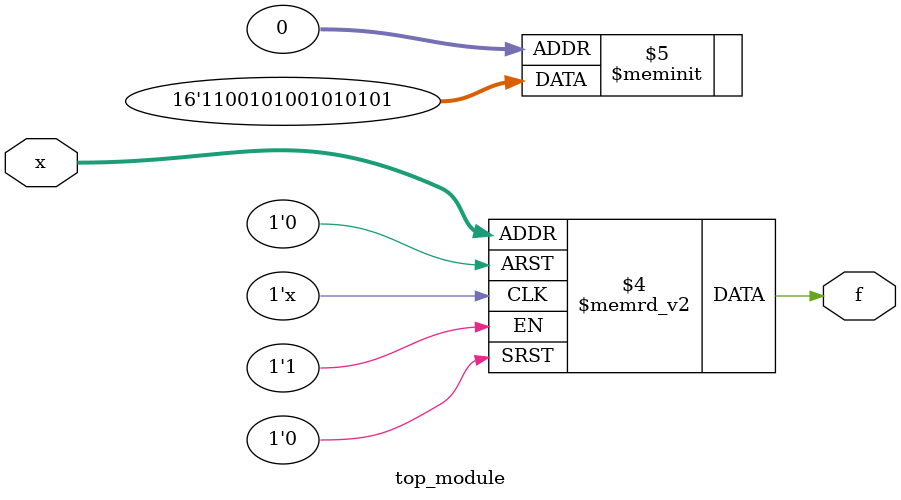
<source format=sv>
module top_module (
    input [4:1] x,
    output logic f
);
    
    always @(*) begin
        case (x)
            4'b0000, 4'b0010, 4'b0100, 4'b0110, 
            4'b1110, 4'b1111, 4'b1011, 4'b1001: f = 1;
            4'b0001, 4'b0111, 4'b1010: f = 0;
            default: f = 0; // Assigning a default value for don't-care (could be 1 as per convenience)
        endcase
    end

endmodule

</source>
